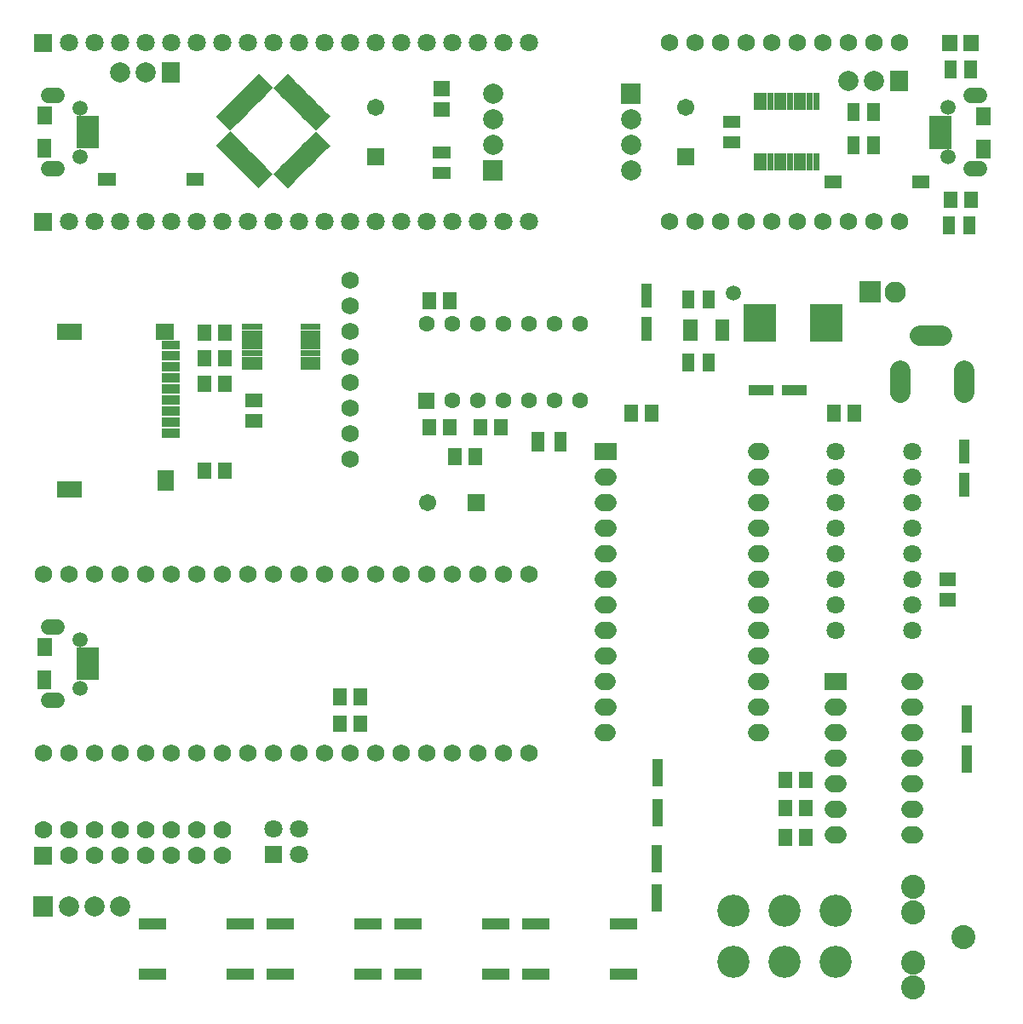
<source format=gts>
G04 Layer: TopSolderMaskLayer*
G04 EasyEDA v6.3.22, 2020-04-16T16:32:26+08:00*
G04 928550df28224f32970c11639e6f1fd0,b166db8205ee484a91a1acb555850d7f,10*
G04 Gerber Generator version 0.2*
G04 Scale: 100 percent, Rotated: No, Reflected: No *
G04 Dimensions in millimeters *
G04 leading zeros omitted , absolute positions ,3 integer and 3 decimal *
%FSLAX33Y33*%
%MOMM*%
G90*
G71D02*

%ADD73C,1.503197*%
%ADD74C,2.003196*%
%ADD75C,1.703197*%
%ADD76C,1.727200*%
%ADD78C,2.103196*%
%ADD79R,1.803197X1.803197*%
%ADD80C,1.803197*%
%ADD81C,1.778000*%
%ADD94C,2.387600*%
%ADD98C,3.203194*%
%ADD107C,1.600200*%

%LPD*%
G54D73*
G01X94731Y91249D02*
G01X95631Y91249D01*
G01X94731Y84010D02*
G01X95631Y84010D01*
G54D74*
G01X87757Y63977D02*
G01X87757Y61777D01*
G01X94107Y61777D02*
G01X94107Y63977D01*
G01X91854Y67424D02*
G01X89654Y67424D01*
G54D73*
G01X3947Y31178D02*
G01X3047Y31178D01*
G01X3947Y38417D02*
G01X3047Y38417D01*
G54D75*
G01X88649Y17780D02*
G01X89150Y17780D01*
G01X88649Y20320D02*
G01X89150Y20320D01*
G01X88649Y22860D02*
G01X89150Y22860D01*
G01X88649Y25400D02*
G01X89150Y25400D01*
G01X88649Y27940D02*
G01X89150Y27940D01*
G01X88649Y30480D02*
G01X89150Y30480D01*
G01X88649Y33020D02*
G01X89150Y33020D01*
G01X81029Y17780D02*
G01X81530Y17780D01*
G01X81029Y20320D02*
G01X81530Y20320D01*
G01X81029Y22860D02*
G01X81530Y22860D01*
G01X81029Y25400D02*
G01X81530Y25400D01*
G01X81029Y27940D02*
G01X81530Y27940D01*
G01X81029Y30480D02*
G01X81530Y30480D01*
G01X58169Y30480D02*
G01X58670Y30480D01*
G54D76*
G01X58182Y27940D02*
G01X58657Y27940D01*
G01X58182Y33020D02*
G01X58657Y33020D01*
G54D75*
G01X58169Y53340D02*
G01X58670Y53340D01*
G01X58169Y50800D02*
G01X58670Y50800D01*
G01X58169Y48260D02*
G01X58670Y48260D01*
G01X58169Y45720D02*
G01X58670Y45720D01*
G01X58169Y43180D02*
G01X58670Y43180D01*
G01X58169Y40640D02*
G01X58670Y40640D01*
G01X58169Y38100D02*
G01X58670Y38100D01*
G01X58169Y35560D02*
G01X58670Y35560D01*
G54D76*
G01X73422Y30480D02*
G01X73897Y30480D01*
G01X73422Y33020D02*
G01X73897Y33020D01*
G01X73422Y35560D02*
G01X73897Y35560D01*
G01X73422Y38100D02*
G01X73897Y38100D01*
G01X73422Y40640D02*
G01X73897Y40640D01*
G01X73422Y43180D02*
G01X73897Y43180D01*
G01X73422Y45720D02*
G01X73897Y45720D01*
G01X73422Y55880D02*
G01X73897Y55880D01*
G01X73422Y53340D02*
G01X73897Y53340D01*
G01X73422Y50800D02*
G01X73897Y50800D01*
G01X73422Y48260D02*
G01X73897Y48260D01*
G01X73422Y27940D02*
G01X73897Y27940D01*
G54D73*
G01X3947Y84010D02*
G01X3047Y84010D01*
G01X3947Y91249D02*
G01X3047Y91249D01*
G01X71120Y71628D03*
G36*
G01X83657Y70703D02*
G01X83657Y72806D01*
G01X85760Y72806D01*
G01X85760Y70703D01*
G01X83657Y70703D01*
G37*
G54D78*
G01X87249Y71755D03*
G54D79*
G01X25400Y15875D03*
G54D80*
G01X25400Y18415D03*
G01X27940Y15875D03*
G01X27940Y18415D03*
G54D81*
G01X20320Y18288D03*
G01X20320Y15748D03*
G01X17780Y18288D03*
G01X17780Y15748D03*
G01X15240Y18288D03*
G01X15240Y15748D03*
G01X12700Y18288D03*
G01X12700Y15748D03*
G01X10160Y18288D03*
G01X10160Y15748D03*
G01X7620Y18288D03*
G01X7620Y15748D03*
G01X5080Y18288D03*
G01X5080Y15748D03*
G01X2540Y18288D03*
G36*
G01X1651Y14859D02*
G01X1651Y16637D01*
G01X3429Y16637D01*
G01X3429Y14859D01*
G01X1651Y14859D01*
G37*
G36*
G01X59959Y90439D02*
G01X59959Y92440D01*
G01X61960Y92440D01*
G01X61960Y90439D01*
G01X59959Y90439D01*
G37*
G54D74*
G01X60960Y88900D03*
G01X60960Y86360D03*
G01X60960Y83820D03*
G36*
G01X88925Y82067D02*
G01X88925Y83286D01*
G01X90652Y83286D01*
G01X90652Y82067D01*
G01X88925Y82067D01*
G37*
G36*
G01X80175Y82067D02*
G01X80175Y83286D01*
G01X81902Y83286D01*
G01X81902Y82067D01*
G01X80175Y82067D01*
G37*
G54D76*
G01X87630Y96520D03*
G01X85090Y96520D03*
G01X82550Y96520D03*
G01X80010Y96520D03*
G01X77470Y96520D03*
G01X74930Y96520D03*
G01X72390Y96520D03*
G01X69850Y96520D03*
G01X67310Y96520D03*
G01X64770Y96520D03*
G01X87630Y78740D03*
G01X85090Y78740D03*
G01X82550Y78740D03*
G01X80010Y78740D03*
G01X77470Y78740D03*
G01X74930Y78740D03*
G01X72390Y78740D03*
G01X69850Y78740D03*
G01X67310Y78740D03*
G01X64770Y78740D03*
G54D74*
G01X82550Y92710D03*
G01X85090Y92710D03*
G36*
G01X86741Y91709D02*
G01X86741Y93710D01*
G01X88519Y93710D01*
G01X88519Y91709D01*
G01X86741Y91709D01*
G37*
G36*
G01X91996Y77482D02*
G01X91996Y79235D01*
G01X93200Y79235D01*
G01X93200Y77482D01*
G01X91996Y77482D01*
G37*
G36*
G01X93997Y77482D02*
G01X93997Y79235D01*
G01X95201Y79235D01*
G01X95201Y77482D01*
G01X93997Y77482D01*
G37*
G36*
G01X70116Y86027D02*
G01X70116Y87231D01*
G01X71869Y87231D01*
G01X71869Y86027D01*
G01X70116Y86027D01*
G37*
G36*
G01X70116Y88028D02*
G01X70116Y89232D01*
G01X71869Y89232D01*
G01X71869Y88028D01*
G01X70116Y88028D01*
G37*
G36*
G01X94025Y95717D02*
G01X94025Y97320D01*
G01X95529Y97320D01*
G01X95529Y95717D01*
G01X94025Y95717D01*
G37*
G36*
G01X91925Y95717D02*
G01X91925Y97320D01*
G01X93428Y97320D01*
G01X93428Y95717D01*
G01X91925Y95717D01*
G37*
G36*
G01X82471Y88785D02*
G01X82471Y90538D01*
G01X83675Y90538D01*
G01X83675Y88785D01*
G01X82471Y88785D01*
G37*
G36*
G01X84472Y88785D02*
G01X84472Y90538D01*
G01X85676Y90538D01*
G01X85676Y88785D01*
G01X84472Y88785D01*
G37*
G36*
G01X84472Y85483D02*
G01X84472Y87236D01*
G01X85676Y87236D01*
G01X85676Y85483D01*
G01X84472Y85483D01*
G37*
G36*
G01X82471Y85483D02*
G01X82471Y87236D01*
G01X83675Y87236D01*
G01X83675Y85483D01*
G01X82471Y85483D01*
G37*
G36*
G01X92123Y92976D02*
G01X92123Y94729D01*
G01X93327Y94729D01*
G01X93327Y92976D01*
G01X92123Y92976D01*
G37*
G36*
G01X94124Y92976D02*
G01X94124Y94729D01*
G01X95328Y94729D01*
G01X95328Y92976D01*
G01X94124Y92976D01*
G37*
G36*
G01X65570Y84340D02*
G01X65570Y86042D01*
G01X67271Y86042D01*
G01X67271Y84340D01*
G01X65570Y84340D01*
G37*
G54D75*
G01X66421Y90068D03*
G36*
G01X90596Y88592D02*
G01X90596Y89245D01*
G01X92798Y89245D01*
G01X92798Y88592D01*
G01X90596Y88592D01*
G37*
G36*
G01X90596Y87942D02*
G01X90596Y88595D01*
G01X92798Y88595D01*
G01X92798Y87942D01*
G01X90596Y87942D01*
G37*
G36*
G01X90596Y87292D02*
G01X90596Y87944D01*
G01X92798Y87944D01*
G01X92798Y87292D01*
G01X90596Y87292D01*
G37*
G36*
G01X90596Y86641D02*
G01X90596Y87297D01*
G01X92798Y87297D01*
G01X92798Y86641D01*
G01X90596Y86641D01*
G37*
G36*
G01X90596Y85991D02*
G01X90596Y86647D01*
G01X92798Y86647D01*
G01X92798Y85991D01*
G01X90596Y85991D01*
G37*
G36*
G01X95308Y88323D02*
G01X95308Y90126D01*
G01X96710Y90126D01*
G01X96710Y88323D01*
G01X95308Y88323D01*
G37*
G36*
G01X95290Y85044D02*
G01X95290Y86847D01*
G01X96695Y86847D01*
G01X96695Y85044D01*
G01X95290Y85044D01*
G37*
G54D73*
G01X92481Y85219D03*
G01X92481Y90060D03*
G36*
G01X76474Y89829D02*
G01X76474Y91526D01*
G01X77076Y91526D01*
G01X77076Y89829D01*
G01X76474Y89829D01*
G37*
G36*
G01X75824Y89829D02*
G01X75824Y91526D01*
G01X76428Y91526D01*
G01X76428Y89829D01*
G01X75824Y89829D01*
G37*
G36*
G01X75173Y89829D02*
G01X75173Y91526D01*
G01X75775Y91526D01*
G01X75775Y89829D01*
G01X75173Y89829D01*
G37*
G36*
G01X74523Y89829D02*
G01X74523Y91526D01*
G01X75125Y91526D01*
G01X75125Y89829D01*
G01X74523Y89829D01*
G37*
G36*
G01X78422Y83832D02*
G01X78422Y85529D01*
G01X79027Y85529D01*
G01X79027Y83832D01*
G01X78422Y83832D01*
G37*
G36*
G01X78422Y89829D02*
G01X78422Y91526D01*
G01X79027Y91526D01*
G01X79027Y89829D01*
G01X78422Y89829D01*
G37*
G36*
G01X77772Y89829D02*
G01X77772Y91526D01*
G01X78376Y91526D01*
G01X78376Y89829D01*
G01X77772Y89829D01*
G37*
G36*
G01X77124Y89829D02*
G01X77124Y91526D01*
G01X77726Y91526D01*
G01X77726Y89829D01*
G01X77124Y89829D01*
G37*
G36*
G01X73873Y83827D02*
G01X73873Y85524D01*
G01X74475Y85524D01*
G01X74475Y83827D01*
G01X73873Y83827D01*
G37*
G36*
G01X74523Y83827D02*
G01X74523Y85524D01*
G01X75125Y85524D01*
G01X75125Y83827D01*
G01X74523Y83827D01*
G37*
G36*
G01X75173Y83827D02*
G01X75173Y85524D01*
G01X75775Y85524D01*
G01X75775Y83827D01*
G01X75173Y83827D01*
G37*
G36*
G01X75824Y83827D02*
G01X75824Y85524D01*
G01X76426Y85524D01*
G01X76426Y83827D01*
G01X75824Y83827D01*
G37*
G36*
G01X76474Y83827D02*
G01X76474Y85524D01*
G01X77076Y85524D01*
G01X77076Y83827D01*
G01X76474Y83827D01*
G37*
G36*
G01X77124Y83827D02*
G01X77124Y85524D01*
G01X77726Y85524D01*
G01X77726Y83827D01*
G01X77124Y83827D01*
G37*
G36*
G01X73873Y89829D02*
G01X73873Y91526D01*
G01X74475Y91526D01*
G01X74475Y89829D01*
G01X73873Y89829D01*
G37*
G36*
G01X77772Y83832D02*
G01X77772Y85529D01*
G01X78376Y85529D01*
G01X78376Y83832D01*
G01X77772Y83832D01*
G37*
G36*
G01X79072Y89829D02*
G01X79072Y91526D01*
G01X79677Y91526D01*
G01X79677Y89829D01*
G01X79072Y89829D01*
G37*
G36*
G01X73223Y89829D02*
G01X73223Y91526D01*
G01X73827Y91526D01*
G01X73827Y89829D01*
G01X73223Y89829D01*
G37*
G36*
G01X73223Y83827D02*
G01X73223Y85524D01*
G01X73827Y85524D01*
G01X73827Y83827D01*
G01X73223Y83827D01*
G37*
G36*
G01X79072Y83827D02*
G01X79072Y85524D01*
G01X79677Y85524D01*
G01X79677Y83827D01*
G01X79072Y83827D01*
G37*
G36*
G01X94061Y80073D02*
G01X94061Y81724D01*
G01X95422Y81724D01*
G01X95422Y80073D01*
G01X94061Y80073D01*
G37*
G36*
G01X92029Y80073D02*
G01X92029Y81724D01*
G01X93390Y81724D01*
G01X93390Y80073D01*
G01X92029Y80073D01*
G37*
G54D76*
G01X33020Y72898D03*
G01X33020Y70358D03*
G01X33020Y67818D03*
G01X33020Y65278D03*
G01X33020Y62738D03*
G01X33020Y60198D03*
G01X33020Y57658D03*
G01X33020Y55118D03*
G36*
G01X1539Y9667D02*
G01X1539Y11668D01*
G01X3540Y11668D01*
G01X3540Y9667D01*
G01X1539Y9667D01*
G37*
G54D74*
G01X5080Y10668D03*
G01X7620Y10668D03*
G01X10160Y10668D03*
G36*
G01X5880Y33182D02*
G01X5880Y33835D01*
G01X8084Y33835D01*
G01X8084Y33182D01*
G01X5880Y33182D01*
G37*
G36*
G01X5880Y33832D02*
G01X5880Y34485D01*
G01X8084Y34485D01*
G01X8084Y33832D01*
G01X5880Y33832D01*
G37*
G36*
G01X5880Y34480D02*
G01X5880Y35135D01*
G01X8084Y35135D01*
G01X8084Y34480D01*
G01X5880Y34480D01*
G37*
G36*
G01X5880Y35130D02*
G01X5880Y35786D01*
G01X8084Y35786D01*
G01X8084Y35130D01*
G01X5880Y35130D01*
G37*
G36*
G01X5880Y35780D02*
G01X5880Y36433D01*
G01X8084Y36433D01*
G01X8084Y35780D01*
G01X5880Y35780D01*
G37*
G36*
G01X1968Y32301D02*
G01X1968Y34104D01*
G01X3370Y34104D01*
G01X3370Y32301D01*
G01X1968Y32301D01*
G37*
G36*
G01X1983Y35580D02*
G01X1983Y37383D01*
G01X3388Y37383D01*
G01X3388Y35580D01*
G01X1983Y35580D01*
G37*
G54D73*
G01X6197Y37208D03*
G01X6197Y32367D03*
G36*
G01X42245Y70040D02*
G01X42245Y71691D01*
G01X43606Y71691D01*
G01X43606Y70040D01*
G01X42245Y70040D01*
G37*
G36*
G01X40213Y70040D02*
G01X40213Y71691D01*
G01X41574Y71691D01*
G01X41574Y70040D01*
G01X40213Y70040D01*
G37*
G54D94*
G01X93980Y7620D03*
G01X88976Y5130D03*
G01X88976Y2616D03*
G01X88976Y10109D03*
G01X88976Y12623D03*
G36*
G01X22669Y60279D02*
G01X22669Y61640D01*
G01X24320Y61640D01*
G01X24320Y60279D01*
G01X22669Y60279D01*
G37*
G36*
G01X22669Y58247D02*
G01X22669Y59608D01*
G01X24320Y59608D01*
G01X24320Y58247D01*
G01X22669Y58247D01*
G37*
G36*
G01X17861Y64325D02*
G01X17861Y65976D01*
G01X19222Y65976D01*
G01X19222Y64325D01*
G01X17861Y64325D01*
G37*
G36*
G01X19893Y64325D02*
G01X19893Y65976D01*
G01X21254Y65976D01*
G01X21254Y64325D01*
G01X19893Y64325D01*
G37*
G36*
G01X17861Y61785D02*
G01X17861Y63436D01*
G01X19222Y63436D01*
G01X19222Y61785D01*
G01X17861Y61785D01*
G37*
G36*
G01X19893Y61785D02*
G01X19893Y63436D01*
G01X21254Y63436D01*
G01X21254Y61785D01*
G01X19893Y61785D01*
G37*
G36*
G01X19893Y66865D02*
G01X19893Y68516D01*
G01X21254Y68516D01*
G01X21254Y66865D01*
G01X19893Y66865D01*
G37*
G36*
G01X17861Y66865D02*
G01X17861Y68516D01*
G01X19222Y68516D01*
G01X19222Y66865D01*
G01X17861Y66865D01*
G37*
G54D80*
G01X81280Y55880D03*
G01X81280Y53340D03*
G01X81280Y50800D03*
G01X81280Y48260D03*
G01X81280Y45720D03*
G01X81280Y43180D03*
G01X81280Y40640D03*
G01X81280Y38100D03*
G01X88900Y38100D03*
G01X88900Y40640D03*
G01X88900Y43180D03*
G01X88900Y45720D03*
G01X88900Y48260D03*
G01X88900Y50800D03*
G01X88900Y53340D03*
G01X88900Y55880D03*
G36*
G01X80177Y32169D02*
G01X80177Y33870D01*
G01X82382Y33870D01*
G01X82382Y32169D01*
G01X80177Y32169D01*
G37*
G36*
G01X57317Y55029D02*
G01X57317Y56730D01*
G01X59522Y56730D01*
G01X59522Y55029D01*
G01X57317Y55029D01*
G37*
G36*
G01X12085Y8415D02*
G01X12085Y9517D01*
G01X14787Y9517D01*
G01X14787Y8415D01*
G01X12085Y8415D01*
G37*
G36*
G01X20772Y8415D02*
G01X20772Y9517D01*
G01X23474Y9517D01*
G01X23474Y8415D01*
G01X20772Y8415D01*
G37*
G36*
G01X12085Y3436D02*
G01X12085Y4538D01*
G01X14787Y4538D01*
G01X14787Y3436D01*
G01X12085Y3436D01*
G37*
G36*
G01X20772Y3436D02*
G01X20772Y4538D01*
G01X23474Y4538D01*
G01X23474Y3436D01*
G01X20772Y3436D01*
G37*
G36*
G01X50185Y8415D02*
G01X50185Y9517D01*
G01X52887Y9517D01*
G01X52887Y8415D01*
G01X50185Y8415D01*
G37*
G36*
G01X58872Y8415D02*
G01X58872Y9517D01*
G01X61574Y9517D01*
G01X61574Y8415D01*
G01X58872Y8415D01*
G37*
G36*
G01X50185Y3436D02*
G01X50185Y4538D01*
G01X52887Y4538D01*
G01X52887Y3436D01*
G01X50185Y3436D01*
G37*
G36*
G01X58872Y3436D02*
G01X58872Y4538D01*
G01X61574Y4538D01*
G01X61574Y3436D01*
G01X58872Y3436D01*
G37*
G36*
G01X37485Y8415D02*
G01X37485Y9517D01*
G01X40187Y9517D01*
G01X40187Y8415D01*
G01X37485Y8415D01*
G37*
G36*
G01X46172Y8415D02*
G01X46172Y9517D01*
G01X48874Y9517D01*
G01X48874Y8415D01*
G01X46172Y8415D01*
G37*
G36*
G01X37485Y3436D02*
G01X37485Y4538D01*
G01X40187Y4538D01*
G01X40187Y3436D01*
G01X37485Y3436D01*
G37*
G36*
G01X46172Y3436D02*
G01X46172Y4538D01*
G01X48874Y4538D01*
G01X48874Y3436D01*
G01X46172Y3436D01*
G37*
G36*
G01X24785Y8415D02*
G01X24785Y9517D01*
G01X27487Y9517D01*
G01X27487Y8415D01*
G01X24785Y8415D01*
G37*
G36*
G01X33472Y8415D02*
G01X33472Y9517D01*
G01X36174Y9517D01*
G01X36174Y8415D01*
G01X33472Y8415D01*
G37*
G36*
G01X24785Y3436D02*
G01X24785Y4538D01*
G01X27487Y4538D01*
G01X27487Y3436D01*
G01X24785Y3436D01*
G37*
G36*
G01X33472Y3436D02*
G01X33472Y4538D01*
G01X36174Y4538D01*
G01X36174Y3436D01*
G01X33472Y3436D01*
G37*
G54D98*
G01X76200Y10287D03*
G01X71120Y10287D03*
G01X81280Y10287D03*
G01X71120Y5207D03*
G01X76200Y5207D03*
G01X81280Y5207D03*
G36*
G01X14338Y57241D02*
G01X14338Y58145D01*
G01X16141Y58145D01*
G01X16141Y57241D01*
G01X14338Y57241D01*
G37*
G36*
G01X14338Y58341D02*
G01X14338Y59245D01*
G01X16141Y59245D01*
G01X16141Y58341D01*
G01X14338Y58341D01*
G37*
G36*
G01X14338Y59441D02*
G01X14338Y60345D01*
G01X16141Y60345D01*
G01X16141Y59441D01*
G01X14338Y59441D01*
G37*
G36*
G01X14338Y60543D02*
G01X14338Y61445D01*
G01X16141Y61445D01*
G01X16141Y60543D01*
G01X14338Y60543D01*
G37*
G36*
G01X14338Y61643D02*
G01X14338Y62544D01*
G01X16141Y62544D01*
G01X16141Y61643D01*
G01X14338Y61643D01*
G37*
G36*
G01X14338Y62743D02*
G01X14338Y63644D01*
G01X16141Y63644D01*
G01X16141Y62743D01*
G01X14338Y62743D01*
G37*
G36*
G01X14338Y63842D02*
G01X14338Y64744D01*
G01X16141Y64744D01*
G01X16141Y63842D01*
G01X14338Y63842D01*
G37*
G36*
G01X14338Y64942D02*
G01X14338Y65844D01*
G01X16141Y65844D01*
G01X16141Y64942D01*
G01X14338Y64942D01*
G37*
G36*
G01X14338Y66042D02*
G01X14338Y66944D01*
G01X16141Y66944D01*
G01X16141Y66042D01*
G01X14338Y66042D01*
G37*
G36*
G01X13738Y66992D02*
G01X13738Y68595D01*
G01X15542Y68595D01*
G01X15542Y66992D01*
G01X13738Y66992D01*
G37*
G36*
G01X3939Y66992D02*
G01X3939Y68595D01*
G01X6342Y68595D01*
G01X6342Y66992D01*
G01X3939Y66992D01*
G37*
G36*
G01X13939Y51991D02*
G01X13939Y53995D01*
G01X15542Y53995D01*
G01X15542Y51991D01*
G01X13939Y51991D01*
G37*
G36*
G01X3939Y51292D02*
G01X3939Y52895D01*
G01X6342Y52895D01*
G01X6342Y51292D01*
G01X3939Y51292D01*
G37*
G54D76*
G01X2540Y25908D03*
G01X5080Y25908D03*
G01X7620Y25908D03*
G01X10160Y25908D03*
G01X12700Y25908D03*
G01X25400Y25908D03*
G01X22860Y25908D03*
G01X20320Y25908D03*
G01X17780Y25908D03*
G01X15240Y25908D03*
G01X40640Y25908D03*
G01X43180Y25908D03*
G01X45720Y25908D03*
G01X48260Y25908D03*
G01X50800Y25908D03*
G01X38100Y25908D03*
G01X35560Y25908D03*
G01X33020Y25908D03*
G01X30480Y25908D03*
G01X27940Y25908D03*
G01X27940Y43688D03*
G01X30480Y43688D03*
G01X33020Y43688D03*
G01X35560Y43688D03*
G01X38100Y43688D03*
G01X50800Y43688D03*
G01X48260Y43688D03*
G01X45720Y43688D03*
G01X43180Y43688D03*
G01X40640Y43688D03*
G01X15240Y43688D03*
G01X17780Y43688D03*
G01X20320Y43688D03*
G01X22860Y43688D03*
G01X25400Y43688D03*
G01X12700Y43688D03*
G01X10160Y43688D03*
G01X7620Y43688D03*
G01X5080Y43688D03*
G01X2540Y43688D03*
G36*
G01X93606Y51376D02*
G01X93606Y53779D01*
G01X94607Y53779D01*
G01X94607Y51376D01*
G01X93606Y51376D01*
G37*
G36*
G01X93606Y54678D02*
G01X93606Y57081D01*
G01X94607Y57081D01*
G01X94607Y54678D01*
G01X93606Y54678D01*
G37*
G36*
G01X93860Y23985D02*
G01X93860Y26687D01*
G01X94861Y26687D01*
G01X94861Y23985D01*
G01X93860Y23985D01*
G37*
G36*
G01X93860Y27922D02*
G01X93860Y30624D01*
G01X94861Y30624D01*
G01X94861Y27922D01*
G01X93860Y27922D01*
G37*
G36*
G01X63126Y18651D02*
G01X63126Y21353D01*
G01X64127Y21353D01*
G01X64127Y18651D01*
G01X63126Y18651D01*
G37*
G36*
G01X63126Y22588D02*
G01X63126Y25290D01*
G01X64127Y25290D01*
G01X64127Y22588D01*
G01X63126Y22588D01*
G37*
G36*
G01X62999Y10142D02*
G01X62999Y12844D01*
G01X64000Y12844D01*
G01X64000Y10142D01*
G01X62999Y10142D01*
G37*
G36*
G01X62999Y14079D02*
G01X62999Y16781D01*
G01X64000Y16781D01*
G01X64000Y14079D01*
G01X62999Y14079D01*
G37*
G36*
G01X22313Y67970D02*
G01X22313Y68580D01*
G01X24320Y68580D01*
G01X24320Y67970D01*
G01X22313Y67970D01*
G37*
G36*
G01X22313Y67310D02*
G01X22313Y67919D01*
G01X24320Y67919D01*
G01X24320Y67310D01*
G01X22313Y67310D01*
G37*
G36*
G01X22313Y66675D02*
G01X22313Y67284D01*
G01X24320Y67284D01*
G01X24320Y66675D01*
G01X22313Y66675D01*
G37*
G36*
G01X22313Y66014D02*
G01X22313Y66624D01*
G01X24320Y66624D01*
G01X24320Y66014D01*
G01X22313Y66014D01*
G37*
G36*
G01X22313Y65354D02*
G01X22313Y65963D01*
G01X24320Y65963D01*
G01X24320Y65354D01*
G01X22313Y65354D01*
G37*
G36*
G01X22313Y64719D02*
G01X22313Y65328D01*
G01X24320Y65328D01*
G01X24320Y64719D01*
G01X22313Y64719D01*
G37*
G36*
G01X22313Y64058D02*
G01X22313Y64668D01*
G01X24320Y64668D01*
G01X24320Y64058D01*
G01X22313Y64058D01*
G37*
G36*
G01X28105Y64058D02*
G01X28105Y64668D01*
G01X30111Y64668D01*
G01X30111Y64058D01*
G01X28105Y64058D01*
G37*
G36*
G01X28105Y64719D02*
G01X28105Y65328D01*
G01X30111Y65328D01*
G01X30111Y64719D01*
G01X28105Y64719D01*
G37*
G36*
G01X28105Y65354D02*
G01X28105Y65963D01*
G01X30111Y65963D01*
G01X30111Y65354D01*
G01X28105Y65354D01*
G37*
G36*
G01X28105Y66014D02*
G01X28105Y66624D01*
G01X30111Y66624D01*
G01X30111Y66014D01*
G01X28105Y66014D01*
G37*
G36*
G01X28105Y66675D02*
G01X28105Y67284D01*
G01X30111Y67284D01*
G01X30111Y66675D01*
G01X28105Y66675D01*
G37*
G36*
G01X28105Y67310D02*
G01X28105Y67919D01*
G01X30111Y67919D01*
G01X30111Y67310D01*
G01X28105Y67310D01*
G37*
G36*
G01X28105Y67970D02*
G01X28105Y68580D01*
G01X30111Y68580D01*
G01X30111Y67970D01*
G01X28105Y67970D01*
G37*
G36*
G01X17861Y53149D02*
G01X17861Y54800D01*
G01X19222Y54800D01*
G01X19222Y53149D01*
G01X17861Y53149D01*
G37*
G36*
G01X19893Y53149D02*
G01X19893Y54800D01*
G01X21254Y54800D01*
G01X21254Y53149D01*
G01X19893Y53149D01*
G37*
G36*
G01X60279Y58864D02*
G01X60279Y60515D01*
G01X61640Y60515D01*
G01X61640Y58864D01*
G01X60279Y58864D01*
G37*
G36*
G01X62311Y58864D02*
G01X62311Y60515D01*
G01X63672Y60515D01*
G01X63672Y58864D01*
G01X62311Y58864D01*
G37*
G36*
G01X82504Y58864D02*
G01X82504Y60515D01*
G01X83865Y60515D01*
G01X83865Y58864D01*
G01X82504Y58864D01*
G37*
G36*
G01X80472Y58864D02*
G01X80472Y60515D01*
G01X81833Y60515D01*
G01X81833Y58864D01*
G01X80472Y58864D01*
G37*
G36*
G01X42753Y54546D02*
G01X42753Y56197D01*
G01X44114Y56197D01*
G01X44114Y54546D01*
G01X42753Y54546D01*
G37*
G36*
G01X44785Y54546D02*
G01X44785Y56197D01*
G01X46146Y56197D01*
G01X46146Y54546D01*
G01X44785Y54546D01*
G37*
G36*
G01X75646Y16700D02*
G01X75646Y18351D01*
G01X77007Y18351D01*
G01X77007Y16700D01*
G01X75646Y16700D01*
G37*
G36*
G01X77678Y16700D02*
G01X77678Y18351D01*
G01X79039Y18351D01*
G01X79039Y16700D01*
G01X77678Y16700D01*
G37*
G36*
G01X75646Y22415D02*
G01X75646Y24066D01*
G01X77007Y24066D01*
G01X77007Y22415D01*
G01X75646Y22415D01*
G37*
G36*
G01X77678Y22415D02*
G01X77678Y24066D01*
G01X79039Y24066D01*
G01X79039Y22415D01*
G01X77678Y22415D01*
G37*
G36*
G01X75646Y19621D02*
G01X75646Y21272D01*
G01X77007Y21272D01*
G01X77007Y19621D01*
G01X75646Y19621D01*
G37*
G36*
G01X77678Y19621D02*
G01X77678Y21272D01*
G01X79039Y21272D01*
G01X79039Y19621D01*
G01X77678Y19621D01*
G37*
G36*
G01X53334Y57233D02*
G01X53334Y57858D01*
G01X54538Y57858D01*
G01X54538Y57233D01*
G01X53334Y57233D01*
G37*
G36*
G01X53334Y56583D02*
G01X53334Y57208D01*
G01X54538Y57208D01*
G01X54538Y56583D01*
G01X53334Y56583D01*
G37*
G36*
G01X53334Y55933D02*
G01X53334Y56558D01*
G01X54538Y56558D01*
G01X54538Y55933D01*
G01X53334Y55933D01*
G37*
G36*
G01X51125Y55933D02*
G01X51125Y56558D01*
G01X52329Y56558D01*
G01X52329Y55933D01*
G01X51125Y55933D01*
G37*
G36*
G01X51125Y56583D02*
G01X51125Y57208D01*
G01X52329Y57208D01*
G01X52329Y56583D01*
G01X51125Y56583D01*
G37*
G36*
G01X51125Y57233D02*
G01X51125Y57858D01*
G01X52329Y57858D01*
G01X52329Y57233D01*
G01X51125Y57233D01*
G37*
G36*
G01X39839Y60159D02*
G01X39839Y61760D01*
G01X41440Y61760D01*
G01X41440Y60159D01*
G01X39839Y60159D01*
G37*
G54D107*
G01X43180Y60960D03*
G01X45720Y60960D03*
G01X48260Y60960D03*
G01X50800Y60960D03*
G01X53340Y60960D03*
G01X55880Y60960D03*
G01X55880Y68580D03*
G01X53340Y68580D03*
G01X50800Y68580D03*
G01X48260Y68580D03*
G01X45720Y68580D03*
G01X43180Y68580D03*
G01X40640Y68580D03*
G36*
G01X44767Y49949D02*
G01X44767Y51650D01*
G01X46469Y51650D01*
G01X46469Y49949D01*
G01X44767Y49949D01*
G37*
G54D75*
G01X40741Y50800D03*
G36*
G01X31323Y30670D02*
G01X31323Y32321D01*
G01X32684Y32321D01*
G01X32684Y30670D01*
G01X31323Y30670D01*
G37*
G36*
G01X33355Y30670D02*
G01X33355Y32321D01*
G01X34716Y32321D01*
G01X34716Y30670D01*
G01X33355Y30670D01*
G37*
G36*
G01X31323Y28003D02*
G01X31323Y29654D01*
G01X32684Y29654D01*
G01X32684Y28003D01*
G01X31323Y28003D01*
G37*
G36*
G01X33355Y28003D02*
G01X33355Y29654D01*
G01X34716Y29654D01*
G01X34716Y28003D01*
G01X33355Y28003D01*
G37*
G36*
G01X40213Y57467D02*
G01X40213Y59118D01*
G01X41574Y59118D01*
G01X41574Y57467D01*
G01X40213Y57467D01*
G37*
G36*
G01X42245Y57467D02*
G01X42245Y59118D01*
G01X43606Y59118D01*
G01X43606Y57467D01*
G01X42245Y57467D01*
G37*
G36*
G01X45293Y57467D02*
G01X45293Y59118D01*
G01X46654Y59118D01*
G01X46654Y57467D01*
G01X45293Y57467D01*
G37*
G36*
G01X47325Y57467D02*
G01X47325Y59118D01*
G01X48686Y59118D01*
G01X48686Y57467D01*
G01X47325Y57467D01*
G37*
G36*
G01X91630Y42499D02*
G01X91630Y43860D01*
G01X93281Y43860D01*
G01X93281Y42499D01*
G01X91630Y42499D01*
G37*
G36*
G01X91630Y40467D02*
G01X91630Y41828D01*
G01X93281Y41828D01*
G01X93281Y40467D01*
G01X91630Y40467D01*
G37*
G36*
G01X34709Y84340D02*
G01X34709Y86042D01*
G01X36410Y86042D01*
G01X36410Y84340D01*
G01X34709Y84340D01*
G37*
G01X35560Y90068D03*
G36*
G01X30726Y85943D02*
G01X29296Y87370D01*
G01X29664Y87739D01*
G01X31094Y86311D01*
G01X30726Y85943D01*
G37*
G36*
G01X30383Y85600D02*
G01X28956Y87030D01*
G01X29324Y87398D01*
G01X30751Y85968D01*
G01X30383Y85600D01*
G37*
G36*
G01X30025Y85242D02*
G01X28597Y86669D01*
G01X28966Y87038D01*
G01X30393Y85610D01*
G01X30025Y85242D01*
G37*
G36*
G01X29664Y84884D02*
G01X28237Y86311D01*
G01X28605Y86680D01*
G01X30032Y85252D01*
G01X29664Y84884D01*
G37*
G36*
G01X29306Y84523D02*
G01X27879Y85951D01*
G01X28247Y86319D01*
G01X29674Y84891D01*
G01X29306Y84523D01*
G37*
G36*
G01X28966Y84183D02*
G01X27536Y85610D01*
G01X27904Y85979D01*
G01X29334Y84551D01*
G01X28966Y84183D01*
G37*
G36*
G01X28605Y83822D02*
G01X27178Y85252D01*
G01X27546Y85620D01*
G01X28973Y84190D01*
G01X28605Y83822D01*
G37*
G36*
G01X28247Y83464D02*
G01X26819Y84891D01*
G01X27188Y85260D01*
G01X28615Y83832D01*
G01X28247Y83464D01*
G37*
G36*
G01X27904Y83124D02*
G01X26476Y84551D01*
G01X26845Y84919D01*
G01X28272Y83492D01*
G01X27904Y83124D01*
G37*
G36*
G01X27546Y82763D02*
G01X26118Y84190D01*
G01X26487Y84559D01*
G01X27914Y83131D01*
G01X27546Y82763D01*
G37*
G36*
G01X27188Y82405D02*
G01X25758Y83832D01*
G01X26126Y84201D01*
G01X27556Y82773D01*
G01X27188Y82405D01*
G37*
G36*
G01X26845Y82062D02*
G01X25417Y83492D01*
G01X25786Y83860D01*
G01X27213Y82430D01*
G01X26845Y82062D01*
G37*
G36*
G01X23954Y82062D02*
G01X23586Y82430D01*
G01X25013Y83860D01*
G01X25382Y83492D01*
G01X23954Y82062D01*
G37*
G36*
G01X23611Y82405D02*
G01X23243Y82773D01*
G01X24673Y84201D01*
G01X25041Y83832D01*
G01X23611Y82405D01*
G37*
G36*
G01X23253Y82763D02*
G01X22885Y83131D01*
G01X24312Y84559D01*
G01X24681Y84190D01*
G01X23253Y82763D01*
G37*
G36*
G01X22895Y83124D02*
G01X22527Y83492D01*
G01X23954Y84919D01*
G01X24323Y84551D01*
G01X22895Y83124D01*
G37*
G36*
G01X22534Y83482D02*
G01X22166Y83850D01*
G01X23594Y85277D01*
G01X23962Y84909D01*
G01X22534Y83482D01*
G37*
G36*
G01X22194Y83822D02*
G01X21826Y84190D01*
G01X23253Y85620D01*
G01X23622Y85252D01*
G01X22194Y83822D01*
G37*
G36*
G01X21833Y84183D02*
G01X21465Y84551D01*
G01X22895Y85979D01*
G01X23263Y85610D01*
G01X21833Y84183D01*
G37*
G36*
G01X21475Y84541D02*
G01X21107Y84909D01*
G01X22534Y86337D01*
G01X22903Y85968D01*
G01X21475Y84541D01*
G37*
G36*
G01X21135Y84884D02*
G01X20767Y85252D01*
G01X22194Y86680D01*
G01X22562Y86311D01*
G01X21135Y84884D01*
G37*
G36*
G01X20774Y85242D02*
G01X20406Y85610D01*
G01X21833Y87038D01*
G01X22202Y86669D01*
G01X20774Y85242D01*
G37*
G36*
G01X20416Y85600D02*
G01X20048Y85968D01*
G01X21475Y87398D01*
G01X21844Y87030D01*
G01X20416Y85600D01*
G37*
G36*
G01X20073Y85943D02*
G01X19705Y86311D01*
G01X21135Y87739D01*
G01X21503Y87370D01*
G01X20073Y85943D01*
G37*
G36*
G01X21135Y87774D02*
G01X19705Y89202D01*
G01X20073Y89570D01*
G01X21503Y88143D01*
G01X21135Y87774D01*
G37*
G36*
G01X21475Y88115D02*
G01X20048Y89545D01*
G01X20416Y89913D01*
G01X21844Y88483D01*
G01X21475Y88115D01*
G37*
G36*
G01X21833Y88475D02*
G01X20406Y89903D01*
G01X20774Y90271D01*
G01X22202Y88844D01*
G01X21833Y88475D01*
G37*
G36*
G01X22194Y88833D02*
G01X20767Y90261D01*
G01X21135Y90629D01*
G01X22562Y89202D01*
G01X22194Y88833D01*
G37*
G36*
G01X22534Y89176D02*
G01X21107Y90604D01*
G01X21475Y90972D01*
G01X22903Y89545D01*
G01X22534Y89176D01*
G37*
G36*
G01X22895Y89535D02*
G01X21465Y90962D01*
G01X21833Y91330D01*
G01X23263Y89903D01*
G01X22895Y89535D01*
G37*
G36*
G01X23253Y89893D02*
G01X21826Y91323D01*
G01X22194Y91691D01*
G01X23622Y90261D01*
G01X23253Y89893D01*
G37*
G36*
G01X23594Y90236D02*
G01X22166Y91663D01*
G01X22534Y92031D01*
G01X23962Y90604D01*
G01X23594Y90236D01*
G37*
G36*
G01X23954Y90594D02*
G01X22527Y92021D01*
G01X22895Y92389D01*
G01X24323Y90962D01*
G01X23954Y90594D01*
G37*
G36*
G01X24312Y90954D02*
G01X22885Y92382D01*
G01X23253Y92750D01*
G01X24681Y91323D01*
G01X24312Y90954D01*
G37*
G36*
G01X24673Y91313D02*
G01X23243Y92740D01*
G01X23611Y93108D01*
G01X25041Y91681D01*
G01X24673Y91313D01*
G37*
G36*
G01X25013Y91653D02*
G01X23586Y93083D01*
G01X23954Y93451D01*
G01X25382Y92021D01*
G01X25013Y91653D01*
G37*
G36*
G01X25786Y91653D02*
G01X25417Y92021D01*
G01X26845Y93451D01*
G01X27213Y93083D01*
G01X25786Y91653D01*
G37*
G36*
G01X26126Y91313D02*
G01X25758Y91681D01*
G01X27188Y93108D01*
G01X27556Y92740D01*
G01X26126Y91313D01*
G37*
G36*
G01X26487Y90954D02*
G01X26118Y91323D01*
G01X27546Y92750D01*
G01X27914Y92382D01*
G01X26487Y90954D01*
G37*
G36*
G01X26845Y90594D02*
G01X26476Y90962D01*
G01X27904Y92389D01*
G01X28272Y92021D01*
G01X26845Y90594D01*
G37*
G36*
G01X27188Y90253D02*
G01X26819Y90622D01*
G01X28247Y92049D01*
G01X28615Y91681D01*
G01X27188Y90253D01*
G37*
G36*
G01X27546Y89893D02*
G01X27178Y90261D01*
G01X28605Y91691D01*
G01X28973Y91323D01*
G01X27546Y89893D01*
G37*
G36*
G01X27904Y89535D02*
G01X27536Y89903D01*
G01X28966Y91330D01*
G01X29334Y90962D01*
G01X27904Y89535D01*
G37*
G36*
G01X28247Y89194D02*
G01X27879Y89562D01*
G01X29306Y90990D01*
G01X29674Y90622D01*
G01X28247Y89194D01*
G37*
G36*
G01X28605Y88833D02*
G01X28237Y89202D01*
G01X29664Y90629D01*
G01X30032Y90261D01*
G01X28605Y88833D01*
G37*
G36*
G01X28966Y88475D02*
G01X28597Y88844D01*
G01X30025Y90271D01*
G01X30393Y89903D01*
G01X28966Y88475D01*
G37*
G36*
G01X29324Y88115D02*
G01X28956Y88483D01*
G01X30383Y89913D01*
G01X30751Y89545D01*
G01X29324Y88115D01*
G37*
G36*
G01X29664Y87774D02*
G01X29296Y88143D01*
G01X30726Y89570D01*
G01X31094Y89202D01*
G01X29664Y87774D01*
G37*
G36*
G01X8026Y82321D02*
G01X8026Y83540D01*
G01X9753Y83540D01*
G01X9753Y82321D01*
G01X8026Y82321D01*
G37*
G36*
G01X16776Y82321D02*
G01X16776Y83540D01*
G01X18503Y83540D01*
G01X18503Y82321D01*
G01X16776Y82321D01*
G37*
G54D74*
G01X10160Y93599D03*
G01X12700Y93599D03*
G36*
G01X14351Y92598D02*
G01X14351Y94599D01*
G01X16129Y94599D01*
G01X16129Y92598D01*
G01X14351Y92598D01*
G37*
G36*
G01X69352Y66893D02*
G01X69352Y68996D01*
G01X70754Y68996D01*
G01X70754Y66893D01*
G01X69352Y66893D01*
G37*
G36*
G01X66151Y66893D02*
G01X66151Y68996D01*
G01X67553Y68996D01*
G01X67553Y66893D01*
G01X66151Y66893D01*
G37*
G36*
G01X41363Y89128D02*
G01X41363Y90632D01*
G01X42966Y90632D01*
G01X42966Y89128D01*
G01X41363Y89128D01*
G37*
G36*
G01X41363Y91229D02*
G01X41363Y92732D01*
G01X42966Y92732D01*
G01X42966Y91229D01*
G01X41363Y91229D01*
G37*
G36*
G01X5880Y86014D02*
G01X5880Y86667D01*
G01X8084Y86667D01*
G01X8084Y86014D01*
G01X5880Y86014D01*
G37*
G36*
G01X5880Y86664D02*
G01X5880Y87317D01*
G01X8084Y87317D01*
G01X8084Y86664D01*
G01X5880Y86664D01*
G37*
G36*
G01X5880Y87312D02*
G01X5880Y87967D01*
G01X8084Y87967D01*
G01X8084Y87312D01*
G01X5880Y87312D01*
G37*
G36*
G01X5880Y87962D02*
G01X5880Y88618D01*
G01X8084Y88618D01*
G01X8084Y87962D01*
G01X5880Y87962D01*
G37*
G36*
G01X5880Y88612D02*
G01X5880Y89265D01*
G01X8084Y89265D01*
G01X8084Y88612D01*
G01X5880Y88612D01*
G37*
G36*
G01X1968Y85133D02*
G01X1968Y86936D01*
G01X3370Y86936D01*
G01X3370Y85133D01*
G01X1968Y85133D01*
G37*
G36*
G01X1983Y88412D02*
G01X1983Y90215D01*
G01X3388Y90215D01*
G01X3388Y88412D01*
G01X1983Y88412D01*
G37*
G54D73*
G01X6197Y90040D03*
G01X6197Y85199D03*
G36*
G01X46243Y82819D02*
G01X46243Y84820D01*
G01X48244Y84820D01*
G01X48244Y82819D01*
G01X46243Y82819D01*
G37*
G54D74*
G01X47244Y86360D03*
G01X47244Y88900D03*
G01X47244Y91440D03*
G36*
G01X61983Y66870D02*
G01X61983Y69273D01*
G01X62984Y69273D01*
G01X62984Y66870D01*
G01X61983Y66870D01*
G37*
G36*
G01X61983Y70172D02*
G01X61983Y72575D01*
G01X62984Y72575D01*
G01X62984Y70172D01*
G01X61983Y70172D01*
G37*
G36*
G01X76014Y61475D02*
G01X76014Y62476D01*
G01X78417Y62476D01*
G01X78417Y61475D01*
G01X76014Y61475D01*
G37*
G36*
G01X72712Y61475D02*
G01X72712Y62476D01*
G01X75115Y62476D01*
G01X75115Y61475D01*
G01X72712Y61475D01*
G37*
G54D80*
G01X50800Y78740D03*
G01X48260Y78740D03*
G01X45720Y78740D03*
G01X43180Y78740D03*
G01X40640Y78740D03*
G01X38100Y78740D03*
G01X35560Y78740D03*
G01X33020Y78740D03*
G01X30480Y78740D03*
G01X27940Y78740D03*
G01X25400Y78740D03*
G01X22860Y78740D03*
G01X20320Y78740D03*
G01X17780Y78740D03*
G01X15240Y78740D03*
G01X12700Y78740D03*
G01X10160Y78740D03*
G01X7620Y78740D03*
G01X5080Y78740D03*
G36*
G01X1638Y77838D02*
G01X1638Y79641D01*
G01X3441Y79641D01*
G01X3441Y77838D01*
G01X1638Y77838D01*
G37*
G01X50800Y96520D03*
G01X48260Y96520D03*
G01X45720Y96520D03*
G01X43180Y96520D03*
G01X40640Y96520D03*
G01X38100Y96520D03*
G01X35560Y96520D03*
G01X33020Y96520D03*
G01X30480Y96520D03*
G01X27940Y96520D03*
G01X25400Y96520D03*
G01X22860Y96520D03*
G01X20320Y96520D03*
G01X17780Y96520D03*
G01X15240Y96520D03*
G01X12700Y96520D03*
G01X10160Y96520D03*
G01X7620Y96520D03*
G01X5080Y96520D03*
G36*
G01X1638Y95618D02*
G01X1638Y97421D01*
G01X3441Y97421D01*
G01X3441Y95618D01*
G01X1638Y95618D01*
G37*
G36*
G01X72184Y66855D02*
G01X72184Y70558D01*
G01X75389Y70558D01*
G01X75389Y66855D01*
G01X72184Y66855D01*
G37*
G36*
G01X78788Y66855D02*
G01X78788Y70558D01*
G01X81993Y70558D01*
G01X81993Y66855D01*
G01X78788Y66855D01*
G37*
G36*
G01X68089Y63893D02*
G01X68089Y65646D01*
G01X69293Y65646D01*
G01X69293Y63893D01*
G01X68089Y63893D01*
G37*
G36*
G01X66088Y63893D02*
G01X66088Y65646D01*
G01X67292Y65646D01*
G01X67292Y63893D01*
G01X66088Y63893D01*
G37*
G36*
G01X41287Y82979D02*
G01X41287Y84183D01*
G01X43040Y84183D01*
G01X43040Y82979D01*
G01X41287Y82979D01*
G37*
G36*
G01X41287Y84980D02*
G01X41287Y86184D01*
G01X43040Y86184D01*
G01X43040Y84980D01*
G01X41287Y84980D01*
G37*
G36*
G01X68089Y70116D02*
G01X68089Y71869D01*
G01X69293Y71869D01*
G01X69293Y70116D01*
G01X68089Y70116D01*
G37*
G36*
G01X66088Y70116D02*
G01X66088Y71869D01*
G01X67292Y71869D01*
G01X67292Y70116D01*
G01X66088Y70116D01*
G37*
M00*
M02*

</source>
